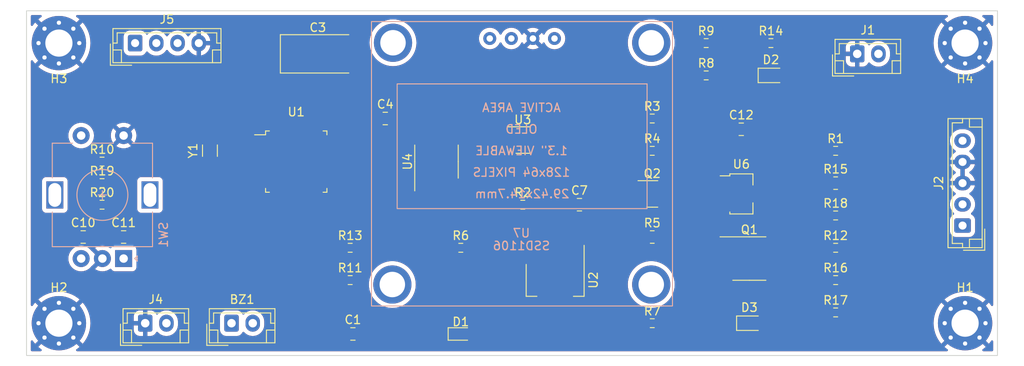
<source format=kicad_pcb>
(kicad_pcb (version 20211014) (generator pcbnew)
  (layers (0 "F.Cu" signal) (31 "B.Cu" signal) (34 "B.Paste" user) (35 "F.Paste" user) (36 "B.SilkS" user "B.Silkscreen") (37 "F.SilkS" user "F.Silkscreen") (38 "B.Mask" user) (39 "F.Mask" user) (44 "Edge.Cuts" user))
  (net 0 "")
  (net 1 "+3V3")
  (net 2 "Net-(BZ1-Pad2)")
  (net 3 "Net-(C1-Pad1)")
  (net 4 "GND")
  (net 5 "VIN_MON")
  (net 6 "ENCODER_B")
  (net 7 "ENCODER_A")
  (net 8 "+24V")
  (net 9 "Net-(C12-Pad2)")
  (net 10 "Net-(D1-Pad2)")
  (net 11 "Net-(D2-Pad1)")
  (net 12 "Net-(D2-Pad2)")
  (net 13 "Net-(J2-Pad1)")
  (net 14 "Net-(J2-Pad2)")
  (net 15 "Net-(J4-Pad2)")
  (net 16 "SW_CLK")
  (net 17 "SWDIO")
  (net 18 "Net-(Q1-Pad4)")
  (net 19 "HEATER_ON")
  (net 20 "Net-(Q2-Pad3)")
  (net 21 "Net-(R2-Pad2)")
  (net 22 "TIP_TEMP")
  (net 23 "Net-(R5-Pad2)")
  (net 24 "ENCODER_SW")
  (net 25 "EE_SDA")
  (net 26 "NTC")
  (net 27 "Net-(R14-Pad2)")
  (net 28 "SHAKE")
  (net 30 "Net-(U1-Pad3)")
  (net 31 "Net-(U1-Pad4)")
  (net 34 "EE_SCL")
  (net 38 "OLED_SDA")
  (net 39 "OLED_SCL")
  (net 52 "Net-(U2-Pad3)")
  (footprint "Package_TO_SOT_SMD:SOT-23-5" (layer "F.Cu") (at 147.32 92.71)
    (fp_text reference "U3" (at 0 -2.4) (layer "F.SilkS"))
    (fp_text value "SGM8551")
    (fp_line (start 0 1.56) (end -0.8 1.56) (layer "F.SilkS") (width 0.12))
    (fp_line (start 0 -1.56) (end 0.8 -1.56) (layer "F.SilkS") (width 0.12))
    (fp_line (start 0 1.56) (end 0.8 1.56) (layer "F.SilkS") (width 0.12))
    (fp_line (start 0 -1.56) (end -1.8 -1.56) (layer "F.SilkS") (width 0.12))
    (pad "1" smd roundrect (at -1.1375 -0.95) (size 1.325 0.6) (layers "F.Cu" "F.Paste" "F.Mask") (net 22 "TIP_TEMP"))
    (pad "2" smd roundrect (at -1.1375 0) (size 1.325 0.6) (layers "F.Cu" "F.Paste" "F.Mask") (net 4 "GND"))
    (pad "3" smd roundrect (at -1.1375 0.95) (size 1.325 0.6) (layers "F.Cu" "F.Paste" "F.Mask") (net 10 "Net-(D1-Pad2)"))
    (pad "4" smd roundrect (at 1.1375 0.95) (size 1.325 0.6) (layers "F.Cu" "F.Paste" "F.Mask") (net 23 "Net-(R5-Pad2)"))
    (pad "5" smd roundrect (at 1.1375 -0.95) (size 1.325 0.6) (layers "F.Cu" "F.Paste" "F.Mask") (net 1 "+3V3"))
  )
  (footprint "LED_SMD:LED_0603_1608Metric" (layer "F.Cu") (at 140.02 115.57)
    (fp_text reference "D1" (at 0 -1.43) (layer "F.SilkS"))
    (fp_text value "GRN")
    (fp_line (start -1.485 0.735) (end 0.8 0.735) (layer "F.SilkS") (width 0.12))
    (fp_line (start -1.485 -0.735) (end -1.485 0.735) (layer "F.SilkS") (width 0.12))
    (fp_line (start 0.8 -0.735) (end -1.485 -0.735) (layer "F.SilkS") (width 0.12))
    (pad "1" smd roundrect (at -0.7875 0) (size 0.875 0.95) (layers "F.Cu" "F.Paste" "F.Mask") (net 4 "GND"))
    (pad "2" smd roundrect (at 0.7875 0) (size 0.875 0.95) (layers "F.Cu" "F.Paste" "F.Mask") (net 10 "Net-(D1-Pad2)"))
  )
  (footprint "MountingHole:MountingHole_3.2mm_M3_Pad_Via" (layer "F.Cu") (at 199.39 114.3)
    (fp_text reference "H1" (at 0 -4.2) (layer "F.SilkS"))
    (fp_text value "MountingHole_Pad")
    (pad "1" thru_hole circle (at 0 2.4) (size 0.8 0.8) (drill 0.5) (layers *.Cu *.Mask) (net 4 "GND"))
    (pad "1" thru_hole circle (at 1.697056 1.697056) (size 0.8 0.8) (drill 0.5) (layers *.Cu *.Mask) (net 4 "GND"))
    (pad "1" thru_hole circle (at 2.4 0) (size 0.8 0.8) (drill 0.5) (layers *.Cu *.Mask) (net 4 "GND"))
    (pad "1" thru_hole circle (at -2.4 0) (size 0.8 0.8) (drill 0.5) (layers *.Cu *.Mask) (net 4 "GND"))
    (pad "1" thru_hole circle (at 0 0) (size 6.4 6.4) (drill 3.2) (layers *.Cu *.Mask) (net 4 "GND"))
    (pad "1" thru_hole circle (at 0 -2.4) (size 0.8 0.8) (drill 0.5) (layers *.Cu *.Mask) (net 4 "GND"))
    (pad "1" thru_hole circle (at -1.697056 1.697056) (size 0.8 0.8) (drill 0.5) (layers *.Cu *.Mask) (net 4 "GND"))
    (pad "1" thru_hole circle (at 1.697056 -1.697056) (size 0.8 0.8) (drill 0.5) (layers *.Cu *.Mask) (net 4 "GND"))
    (pad "1" thru_hole circle (at -1.697056 -1.697056) (size 0.8 0.8) (drill 0.5) (layers *.Cu *.Mask) (net 4 "GND"))
  )
  (footprint "Capacitor_SMD:C_0805_2012Metric" (layer "F.Cu") (at 173.04 91.44)
    (fp_text reference "C12" (at 0 -1.68) (layer "F.SilkS"))
    (fp_text value "0.1")
    (fp_line (start -0.261252 0.735) (end 0.261252 0.735) (layer "F.SilkS") (width 0.12))
    (fp_line (start -0.261252 -0.735) (end 0.261252 -0.735) (layer "F.SilkS") (width 0.12))
    (pad "1" smd roundrect (at -0.95 0) (size 1 1.45) (layers "F.Cu" "F.Paste" "F.Mask") (net 8 "+24V"))
    (pad "2" smd roundrect (at 0.95 0) (size 1 1.45) (layers "F.Cu" "F.Paste" "F.Mask") (net 9 "Net-(C12-Pad2)"))
  )
  (footprint "Connector_JST:JST_EH_B5B-EH-A_1x05_P2.50mm_Vertical" (layer "F.Cu") (at 199.09 102.79 90)
    (fp_text reference "J2" (at 5 -2.8 90) (layer "F.SilkS"))
    (fp_text value "IRON_IN")
    (fp_line (start -2.61 -1.71) (end -2.61 2.31) (layer "F.SilkS") (width 0.12))
    (fp_line (start -2.61 0) (end -2.11 0) (layer "F.SilkS") (width 0.12))
    (fp_line (start 12.61 -1.71) (end -2.61 -1.71) (layer "F.SilkS") (width 0.12))
    (fp_line (start -2.61 2.31) (end 12.61 2.31) (layer "F.SilkS") (width 0.12))
    (fp_line (start 12.11 0) (end 12.61 0) (layer "F.SilkS") (width 0.12))
    (fp_line (start -2.91 0.11) (end -2.91 2.61) (layer "F.SilkS") (width 0.12))
    (fp_line (start 12.61 0.81) (end 11.61 0.81) (layer "F.SilkS") (width 0.12))
    (fp_line (start -2.91 2.61) (end -0.41 2.61) (layer "F.SilkS") (width 0.12))
    (fp_line (start -1.61 0.81) (end -1.61 2.31) (layer "F.SilkS") (width 0.12))
    (fp_line (start 11.61 0.81) (end 11.61 2.31) (layer "F.SilkS") (width 0.12))
    (fp_line (start 12.11 -1.21) (end 12.11 0) (layer "F.SilkS") (width 0.12))
    (fp_line (start 12.61 2.31) (end 12.61 -1.71) (layer "F.SilkS") (width 0.12))
    (fp_line (start -2.11 -1.21) (end 12.11 -1.21) (layer "F.SilkS") (width 0.12))
    (fp_line (start -2.61 0.81) (end -1.61 0.81) (layer "F.SilkS") (width 0.12))
    (fp_line (start -2.11 0) (end -2.11 -1.21) (layer "F.SilkS") (width 0.12))
    (pad "1" thru_hole roundrect (at 0 0 90) (size 1.7 1.95) (drill 0.95) (layers *.Cu *.Mask) (roundrect_rratio 0.147059) (net 13 "Net-(J2-Pad1)"))
    (pad "2" thru_hole oval (at 2.5 0 90) (size 1.7 1.95) (drill 0.95) (layers *.Cu *.Mask) (net 14 "Net-(J2-Pad2)"))
    (pad "3" thru_hole oval (at 5 0 90) (size 1.7 1.95) (drill 0.95) (layers *.Cu *.Mask) (net 4 "GND"))
    (pad "4" thru_hole oval (at 7.5 0 90) (size 1.7 1.95) (drill 0.95) (layers *.Cu *.Mask) (net 4 "GND"))
    (pad "5" thru_hole oval (at 10 0 90) (size 1.7 1.95) (drill 0.95) (layers *.Cu *.Mask) (net 9 "Net-(C12-Pad2)"))
  )
  (footprint "Resistor_SMD:R_0603_1608Metric" (layer "F.Cu") (at 127 105.41)
    (fp_text reference "R13" (at 0 -1.43) (layer "F.SilkS"))
    (fp_text value "4.7K")
    (fp_line (start -0.237258 -0.5225) (end 0.237258 -0.5225) (layer "F.SilkS") (width 0.12))
    (fp_line (start -0.237258 0.5225) (end 0.237258 0.5225) (layer "F.SilkS") (width 0.12))
    (pad "1" smd roundrect (at -0.825 0) (size 0.8 0.95) (layers "F.Cu" "F.Paste" "F.Mask") (net 1 "+3V3"))
    (pad "2" smd roundrect (at 0.825 0) (size 0.8 0.95) (layers "F.Cu" "F.Paste" "F.Mask") (net 25 "EE_SDA"))
  )
  (footprint "Resistor_SMD:R_0805_2012Metric" (layer "F.Cu") (at 184.15 97.79)
    (fp_text reference "R15" (at 0 -1.65) (layer "F.SilkS"))
    (fp_text value "910K")
    (fp_line (start -0.227064 -0.735) (end 0.227064 -0.735) (layer "F.SilkS") (width 0.12))
    (fp_line (start -0.227064 0.735) (end 0.227064 0.735) (layer "F.SilkS") (width 0.12))
    (pad "1" smd roundrect (at -0.9125 0) (size 1.025 1.4) (layers "F.Cu" "F.Paste" "F.Mask") (roundrect_rratio 0.243902) (net 1 "+3V3"))
    (pad "2" smd roundrect (at 0.9125 0) (size 1.025 1.4) (layers "F.Cu" "F.Paste" "F.Mask") (roundrect_rratio 0.243902) (net 9 "Net-(C12-Pad2)"))
  )
  (footprint "Connector_JST:JST_EH_B2B-EH-A_1x02_P2.50mm_Vertical" (layer "F.Cu") (at 102.87 114.3)
    (fp_text reference "J4" (at 1.25 -2.8) (layer "F.SilkS"))
    (fp_text value "BATT")
    (fp_line (start 4.61 -1.21) (end 4.61 0) (layer "F.SilkS") (width 0.12))
    (fp_line (start -2.11 -1.21) (end 4.61 -1.21) (layer "F.SilkS") (width 0.12))
    (fp_line (start -2.61 0) (end -2.11 0) (layer "F.SilkS") (width 0.12))
    (fp_line (start -1.61 0.81) (end -1.61 2.31) (layer "F.SilkS") (width 0.12))
    (fp_line (start -2.61 -1.71) (end -2.61 2.31) (layer "F.SilkS") (width 0.12))
    (fp_line (start -2.91 2.61) (end -0.41 2.61) (layer "F.SilkS") (width 0.12))
    (fp_line (start 5.11 -1.71) (end -2.61 -1.71) (layer "F.SilkS") (width 0.12))
    (fp_line (start 5.11 0.81) (end 4.11 0.81) (layer "F.SilkS") (width 0.12))
    (fp_line (start 4.11 0.81) (end 4.11 2.31) (layer "F.SilkS") (width 0.12))
    (fp_line (start -2.11 0) (end -2.11 -1.21) (layer "F.SilkS") (width 0.12))
    (fp_line (start -2.61 0.81) (end -1.61 0.81) (layer "F.SilkS") (width 0.12))
    (fp_line (start 4.61 0) (end 5.11 0) (layer "F.SilkS") (width 0.12))
    (fp_line (start 5.11 2.31) (end 5.11 -1.71) (layer "F.SilkS") (width 0.12))
    (fp_line (start -2.61 2.31) (end 5.11 2.31) (layer "F.SilkS") (width 0.12))
    (fp_line (start -2.91 0.11) (end -2.91 2.61) (layer "F.SilkS") (width 0.12))
    (pad "1" thru_hole roundrect (at 0 0) (size 1.7 2) (drill 1) (layers *.Cu *.Mask) (roundrect_rratio 0.147059) (net 4 "GND"))
    (pad "2" thru_hole oval (at 2.5 0) (size 1.7 2) (drill 1) (layers *.Cu *.Mask) (net 15 "Net-(J4-Pad2)"))
  )
  (footprint "Resistor_SMD:R_0603_1608Metric" (layer "F.Cu") (at 184.15 113.03)
    (fp_text reference "R17" (at 0 -1.43) (layer "F.SilkS"))
    (fp_text value "4.7K")
    (fp_line (start -0.237258 0.5225) (end 0.237258 0.5225) (layer "F.SilkS") (width 0.12))
    (fp_line (start -0.237258 -0.5225) (end 0.237258 -0.5225) (layer "F.SilkS") (width 0.12))
    (pad "1" smd roundrect (at -0.825 0) (size 0.8 0.95) (layers "F.Cu" "F.Paste" "F.Mask") (net 1 "+3V3"))
    (pad "2" smd roundrect (at 0.825 0) (size 0.8 0.95) (layers "F.Cu" "F.Paste" "F.Mask") (net 13 "Net-(J2-Pad1)"))
  )
  (footprint "Connector_JST:JST_EH_B4B-EH-A_1x04_P2.50mm_Vertical" (layer "F.Cu") (at 101.68 81.28)
    (fp_text reference "J5" (at 3.75 -2.8) (layer "F.SilkS"))
    (fp_text value "SWD")
    (fp_line (start -2.11 0) (end -2.11 -1.21) (layer "F.SilkS") (width 0.12))
    (fp_line (start -2.91 2.61) (end -0.41 2.61) (layer "F.SilkS") (width 0.12))
    (fp_line (start 9.61 0) (end 10.11 0) (layer "F.SilkS") (width 0.12))
    (fp_line (start -2.61 -1.71) (end -2.61 2.31) (layer "F.SilkS") (width 0.12))
    (fp_line (start 10.11 0.81) (end 9.11 0.81) (layer "F.SilkS") (width 0.12))
    (fp_line (start 9.61 -1.21) (end 9.61 0) (layer "F.SilkS") (width 0.12))
    (fp_line (start 9.11 0.81) (end 9.11 2.31) (layer "F.SilkS") (width 0.12))
    (fp_line (start -2.61 0.81) (end -1.61 0.81) (layer "F.SilkS") (width 0.12))
    (fp_line (start -2.91 0.11) (end -2.91 2.61) (layer "F.SilkS") (width 0.12))
    (fp_line (start -2.61 2.31) (end 10.11 2.31) (layer "F.SilkS") (width 0.12))
    (fp_line (start -2.61 0) (end -2.11 0) (layer "F.SilkS") (width 0.12))
    (fp_line (start -2.11 -1.21) (end 9.61 -1.21) (layer "F.SilkS") (width 0.12))
    (fp_line (start 10.11 2.31) (end 10.11 -1.71) (layer "F.SilkS") (width 0.12))
    (fp_line (start 10.11 -1.71) (end -2.61 -1.71) (layer "F.SilkS") (width 0.12))
    (fp_line (start -1.61 0.81) (end -1.61 2.31) (layer "F.SilkS") (width 0.12))
    (pad "1" thru_hole roundrect (at 0 0) (size 1.7 1.95) (drill 0.95) (layers *.Cu *.Mask) (roundrect_rratio 0.147059) (net 1 "+3V3"))
    (pad "2" thru_hole oval (at 2.5 0) (size 1.7 1.95) (drill 0.95) (layers *.Cu *.Mask) (net 16 "SW_CLK"))
    (pad "3" thru_hole oval (at 5 0) (size 1.7 1.95) (drill 0.95) (layers *.Cu *.Mask) (net 17 "SWDIO"))
    (pad "4" thru_hole oval (at 7.5 0) (size 1.7 1.95) (drill 0.95) (layers *.Cu *.Mask) (net 4 "GND"))
  )
  (footprint "Resistor_SMD:R_0603_1608Metric" (layer "F.Cu") (at 162.56 90.17)
    (fp_text reference "R3" (at 0 -1.43) (layer "F.SilkS"))
    (fp_text value "4.7K")
    (fp_line (start -0.237258 0.5225) (end 0.237258 0.5225) (layer "F.SilkS") (width 0.12))
    (fp_line (start -0.237258 -0.5225) (end 0.237258 -0.5225) (layer "F.SilkS") (width 0.12))
    (pad "1" smd roundrect (at -0.825 0) (size 0.8 0.95) (layers "F.Cu" "F.Paste" "F.Mask") (net 8 "+24V"))
    (pad "2" smd roundrect (at 0.825 0) (size 0.8 0.95) (layers "F.Cu" "F.Paste" "F.Mask") (net 18 "Net-(Q1-Pad4)"))
  )
  (footprint "Resistor_SMD:R_0603_1608Metric" (layer "F.Cu") (at 168.91 81.28)
    (fp_text reference "R9" (at 0 -1.43) (layer "F.SilkS"))
    (fp_text value "1K")
    (fp_line (start -0.237258 0.5225) (end 0.237258 0.5225) (layer "F.SilkS") (width 0.12))
    (fp_line (start -0.237258 -0.5225) (end 0.237258 -0.5225) (layer "F.SilkS") (width 0.12))
    (pad "1" smd roundrect (at -0.825 0) (size 0.8 0.95) (layers "F.Cu" "F.Paste" "F.Mask") (net 4 "GND"))
    (pad "2" smd roundrect (at 0.825 0) (size 0.8 0.95) (layers "F.Cu" "F.Paste" "F.Mask") (net 5 "VIN_MON"))
  )
  (footprint "Resistor_SMD:R_0603_1608Metric" (layer "F.Cu") (at 162.56 93.98)
    (fp_text reference "R4" (at 0 -1.43) (layer "F.SilkS"))
    (fp_text value "4.7K")
    (fp_line (start -0.237258 -0.5225) (end 0.237258 -0.5225) (layer "F.SilkS") (width 0.12))
    (fp_line (start -0.237258 0.5225) (end 0.237258 0.5225) (layer "F.SilkS") (width 0.12))
    (pad "1" smd roundrect (at -0.825 0) (size 0.8 0.95) (layers "F.Cu" "F.Paste" "F.Mask") (net 18 "Net-(Q1-Pad4)"))
    (pad "2" smd roundrect (at 0.825 0) (size 0.8 0.95) (layers "F.Cu" "F.Paste" "F.Mask") (net 20 "Net-(Q2-Pad3)"))
  )
  (footprint "Package_TO_SOT_SMD:SOT-23" (layer "F.Cu") (at 162.56 99.06)
    (fp_text reference "Q2" (at 0 -2.4) (layer "F.SilkS"))
    (fp_text value "S8050")
    (fp_line (start 0 -1.56) (end 0.65 -1.56) (layer "F.SilkS") (width 0.12))
    (fp_line (start 0 1.56) (end 0.65 1.56) (layer "F.SilkS") (width 0.12))
    (fp_line (start 0 1.56) (end -0.65 1.56) (layer "F.SilkS") (width 0.12))
    (fp_line (start 0 -1.56) (end -1.675 -1.56) (layer "F.SilkS") (width 0.12))
    (pad "1" smd roundrect (at -0.9375 -0.95) (size 1.475 0.6) (layers "F.Cu" "F.Paste" "F.Mask") (net 4 "GND"))
    (pad "2" smd roundrect (at -0.9375 0.95) (size 1.475 0.6) (layers "F.Cu" "F.Paste" "F.Mask") (net 19 "HEATER_ON"))
    (pad "3" smd roundrect (at 0.9375 0) (size 1.475 0.6) (layers "F.Cu" "F.Paste" "F.Mask") (net 20 "Net-(Q2-Pad3)"))
  )
  (footprint "Resistor_SMD:R_0603_1608Metric" (layer "F.Cu") (at 127 109.22)
    (fp_text reference "R11" (at 0 -1.43) (layer "F.SilkS"))
    (fp_text value "4.7K")
    (fp_line (start -0.237258 -0.5225) (end 0.237258 -0.5225) (layer "F.SilkS") (width 0.12))
    (fp_line (start -0.237258 0.5225) (end 0.237258 0.5225) (layer "F.SilkS") (width 0.12))
    (pad "1" smd roundrect (at -0.825 0) (size 0.8 0.95) (layers "F.Cu" "F.Paste" "F.Mask") (net 1 "+3V3"))
    (pad "2" smd roundrect (at 0.825 0) (size 0.8 0.95) (layers "F.Cu" "F.Paste" "F.Mask") (net 25 "EE_SDA"))
  )
  (footprint "Capacitor_SMD:C_0805_2012Metric" (layer "F.Cu") (at 131.13 90.17)
    (fp_text reference "C4" (at 0 -1.68) (layer "F.SilkS"))
    (fp_text value "0.1")
    (fp_line (start -0.261252 0.735) (end 0.261252 0.735) (layer "F.SilkS") (width 0.12))
    (fp_line (start -0.261252 -0.735) (end 0.261252 -0.735) (layer "F.SilkS") (width 0.12))
    (pad "1" smd roundrect (at -0.95 0) (size 1 1.45) (layers "F.Cu" "F.Paste" "F.Mask") (net 1 "+3V3"))
    (pad "2" smd roundrect (at 0.95 0) (size 1 1.45) (layers "F.Cu" "F.Paste" "F.Mask") (net 4 "GND"))
  )
  (footprint "Package_TO_SOT_SMD:SOT-89-3" (layer "F.Cu") (at 172.755 99.06)
    (fp_text reference "U6" (at 0.3 -3.5) (layer "F.SilkS"))
    (fp_text value "L78L08_SOT89")
    (fp_line (start -2.2 -2.13) (end -1.06 -2.13) (layer "F.SilkS") (width 0.12))
    (fp_line (start -1.06 -2.36) (end 1.66 -2.36) (layer "F.SilkS") (width 0.12))
    (fp_line (start 1.66 1.05) (end 1.66 2.36) (layer "F.SilkS") (width 0.12))
    (fp_line (start 1.66 -2.36) (end 1.66 -1.05) (layer "F.SilkS") (width 0.12))
    (fp_line (start -1.06 2.36) (end -1.06 2.13) (layer "F.SilkS") (width 0.12))
    (fp_line (start -1.06 -2.36) (end -1.06 -2.13) (layer "F.SilkS") (width 0.12))
    (fp_line (start 1.66 2.36) (end -1.06 2.36) (layer "F.SilkS") (width 0.12))
    (pad "1" smd rect (at -1.65 -1.5) (size 1.3 0.9) (layers "F.Cu" "F.Paste" "F.Mask") (net 52 "Net-(U2-Pad3)"))
    (pad "2" smd custom (at -1.5625 0) (size 1.475 0.9) (layers "F.Cu" "F.Paste" "F.Mask") (net 4 "GND") (options (clearance outline) (anchor rect)) (primitives (gr_poly (pts (xy 3.8625 0.8665) (xy 0.7375 0.8665) (xy 0.7375 -0.8665) (xy 3.8625 -0.8665)) (width 0) (fill yes))))
    (pad "3" smd rect (at -1.65 1.5) (size 1.3 0.9) (layers "F.Cu" "F.Paste" "F.Mask") (net 27 "Net-(R14-Pad2)"))
  )
  (footprint "Resistor_SMD:R_0603_1608Metric" (layer "F.Cu") (at 140.02 105.41)
    (fp_text reference "R6" (at 0 -1.43) (layer "F.SilkS"))
    (fp_text value "4.7K")
    (fp_line (start -0.237258 0.5225) (end 0.237258 0.5225) (layer "F.SilkS") (width 0.12))
    (fp_line (start -0.237258 -0.5225) (end 0.237258 -0.5225) (layer "F.SilkS") (width 0.12))
    (pad "1" smd roundrect (at -0.825 0) (size 0.8 0.95) (layers "F.Cu" "F.Paste" "F.Mask") (net 19 "HEATER_ON"))
    (pad "2" smd roundrect (at 0.825 0) (size 0.8 0.95) (layers "F.Cu" "F.Paste" "F.Mask") (net 4 "GND"))
  )
  (footprint "Crystal:Crystal_SMD_3215-2Pin_3.2x1.5mm" (layer "F.Cu") (at 110.49 93.96 90)
    (fp_text reference "Y1" (at 0 -2 90) (layer "F.SilkS"))
    (fp_text value "32.768MHz")
    (fp_line (start -0.675 0.875) (end 0.675 0.875) (layer "F.SilkS") (width 0.12))
    (fp_line (start -0.675 -0.875) (end 0.675 -0.875) (layer "F.SilkS") (width 0.12))
    (pad "1" smd rect (at 1.25 0 90) (size 1 1.8) (layers "F.Cu" "F.Paste" "F.Mask") (net 30 "Net-(U1-Pad3)"))
    (pad "2" smd rect (at -1.25 0 90) (size 1 1.8) (layers "F.Cu" "F.Paste" "F.Mask") (net 31 "Net-(U1-Pad4)"))
  )
  (footprint "Resistor_SMD:R_0603_1608Metric" (layer "F.Cu") (at 168.91 85.09)
    (fp_text reference "R8" (at 0 -1.43) (layer "F.SilkS"))
    (fp_text value "10K")
    (fp_line (start -0.237258 -0.5225) (end 0.237258 -0.5225) (layer "F.SilkS") (width 0.12))
    (fp_line (start -0.237258 0.5225) (end 0.237258 0.5225) (layer "F.SilkS") (width 0.12))
    (pad "1" smd roundrect (at -0.825 0) (size 0.8 0.95) (layers "F.Cu" "F.Paste" "F.Mask") (net 5 "VIN_MON"))
    (pad "2" smd roundrect (at 0.825 0) (size 0.8 0.95) (layers "F.Cu" "F.Paste" "F.Mask") (net 12 "Net-(D2-Pad2)"))
  )
  (footprint "Capacitor_SMD:C_0805_2012Metric" (layer "F.Cu") (at 100.33 104.14)
    (fp_text reference "C11" (at 0 -1.68) (layer "F.SilkS"))
    (fp_text value "0.1")
    (fp_line (start -0.261252 -0.735) (end 0.261252 -0.735) (layer "F.SilkS") (width 0.12))
    (fp_line (start -0.261252 0.735) (end 0.261252 0.735) (layer "F.SilkS") (width 0.12))
    (pad "1" smd roundrect (at -0.95 0) (size 1 1.45) (layers "F.Cu" "F.Paste" "F.Mask") (net 7 "ENCODER_A"))
    (pad "2" smd roundrect (at 0.95 0) (size 1 1.45) (layers "F.Cu" "F.Paste" "F.Mask") (net 4 "GND"))
  )
  (footprint "Connector_JST:JST_EH_B2B-EH-A_1x02_P2.50mm_Vertical" (layer "F.Cu") (at 186.69 82.55)
    (fp_text reference "J1" (at 1.25 -2.8) (layer "F.SilkS"))
    (fp_text value "24 VDC")
    (fp_line (start 4.11 0.81) (end 4.11 2.31) (layer "F.SilkS") (width 0.12))
    (fp_line (start -2.61 0) (end -2.11 0) (layer "F.SilkS") (width 0.12))
    (fp_line (start -2.91 0.11) (end -2.91 2.61) (layer "F.SilkS") (width 0.12))
    (fp_line (start -2.61 2.31) (end 5.11 2.31) (layer "F.SilkS") (width 0.12))
    (fp_line (start 4.61 0) (end 5.11 0) (layer "F.SilkS") (width 0.12))
    (fp_line (start 5.11 -1.71) (end -2.61 -1.71) (layer "F.SilkS") (width 0.12))
    (fp_line (start -2.91 2.61) (end -0.41 2.61) (layer "F.SilkS") (width 0.12))
    (fp_line (start -2.11 -1.21) (end 4.61 -1.21) (layer "F.SilkS") (width 0.12))
    (fp_line (start -2.61 0.81) (end -1.61 0.81) (layer "F.SilkS") (width 0.12))
    (fp_line (start -2.11 0) (end -2.11 -1.21) (layer "F.SilkS") (width 0.12))
    (fp_line (start 4.61 -1.21) (end 4.61 0) (layer "F.SilkS") (width 0.12))
    (fp_line (start 5.11 0.81) (end 4.11 0.81) (layer "F.SilkS") (width 0.12))
    (fp_line (start -2.61 -1.71) (end -2.61 2.31) (layer "F.SilkS") (width 0.12))
    (fp_line (start 5.11 2.31) (end 5.11 -1.71) (layer "F.SilkS") (width 0.12))
    (fp_line (start -1.61 0.81) (end -1.61 2.31) (layer "F.SilkS") (width 0.12))
    (pad "1" thru_hole roundrect (at 0 0) (size 1.7 2) (drill 1) (layers *.Cu *.Mask) (roundrect_rratio 0.147059) (net 4 "GND"))
    (pad "2" thru_hole oval (at 2.5 0) (size 1.7 2) (drill 1) (layers *.Cu *.Mask) (net 12 "Net-(D2-Pad2)"))
  )
  (footprint "Package_SO:SOP-8_3.9x4.9mm_P1.27mm" (layer "F.Cu") (at 137.16 95.25 90)
    (fp_text reference "U4" (at 0 -3.4 90) (layer "F.SilkS"))
    (fp_text value "24LC08")
    (fp_line (start 0 -2.56) (end 1.95 -2.56) (layer "F.SilkS") (width 0.12))
    (fp_line (start 0 -2.56) (end -3.45 -2.56) (layer "F.SilkS") (width 0.12))
    (fp_line (start 0 2.56) (end -1.95 2.56) (layer "F.SilkS") (width 0.12))
    (fp_line (start 0 2.56) (end 1.95 2.56) (layer "F.SilkS") (width 0.12))
    (pad "1" smd roundrect (at -2.625 -1.905 90) (size 1.65 0.6) (layers "F.Cu" "F.Paste" "F.Mask") (net 4 "GND"))
    (pad "2" smd roundrect (at -2.625 -0.635 90) (size 1.65 0.6) (layers "F.Cu" "F.Paste" "F.Mask") (net 4 "GND"))
    (pad "3" smd roundrect (at -2.625 0.635 90) (size 1.65 0.6) (layers "F.Cu" "F.Paste" "F.Mask") (net 4 "GND"))
    (pad "4" smd roundrect (at -2.625 1.905 90) (size 1.65 0.6) (layers "F.Cu" "F.Paste" "F.Mask") (net 4 "GND"))
    (pad "5" smd roundrect (at 2.625 1.905 90) (size 1.65 0.6) (layers "F.Cu" "F.Paste" "F.Mask") (net 25 "EE_SDA"))
    (pad "6" smd roundrect (at 2.625 0.635 90) (size 1.65 0.6) (layers "F.Cu" "F.Paste" "F.Mask") (net 34 "EE_SCL"))
    (pad "7" smd roundrect (at 2.625 -0.635 90) (size 1.65 0.6) (layers "F.Cu" "F.Paste" "F.Mask"))
    (pad "8" smd roundrect (at 2.625 -1.905 90) (size 1.65 0.6) (layers "F.Cu" "F.Paste" "F.Mask") (net 1 "+3V3"))
  )
  (footprint "Resistor_SMD:R_0603_1608Metric" (layer "F.Cu") (at 97.79 97.79)
    (fp_text reference "R19" (at 0 -1.43) (layer "F.SilkS"))
    (fp_text value "4.7K")
    (fp_line (start -0.237258 -0.5225) (end 0.237258 -0.5225) (layer "F.SilkS") (width 0.12))
    (fp_line (start -0.237258 0.5225) (end 0.237258 0.5225) (layer "F.SilkS") (width 0.12))
    (pad "1" smd roundrect (at -0.825 0) (size 0.8 0.95) (layers "F.Cu" "F.Paste" "F.Mask") (net 1 "+3V3"))
    (pad "2" smd roundrect (at 0.825 0) (size 0.8 0.95) (layers "F.Cu" "F.Paste" "F.Mask") (net 6 "ENCODER_B"))
  )
  (footprint "Resistor_SMD:R_0603_1608Metric" (layer "F.Cu") (at 147.32 100.33)
    (fp_text reference "R2" (at 0 -1.43) (layer "F.SilkS"))
    (fp_text value "6R8")
    (fp_line (start -0.237258 -0.5225) (end 0.237258 -0.5225) (layer "F.SilkS") (width 0.12))
    (fp_line (start -0.237258 0.5225) (end 0.237258 0.5225) (layer "F.SilkS") (width 0.12))
    (pad "1" smd roundrect (at -0.825 0) (size 0.8 0.95) (layers "F.Cu" "F.Paste" "F.Mask") (net 1 "+3V3"))
    (pad "2" smd roundrect (at 0.825 0) (size 0.8 0.95) (layers "F.Cu" "F.Paste" "F.Mask") (net 21 "Net-(R2-Pad2)"))
  )
  (footprint "Diode_SMD:D_SOD-323" (layer "F.Cu") (at 173.99 114.3)
    (fp_text reference "D3" (at 0 -1.85) (layer "F.SilkS"))
    (fp_text value "1N5819")
    (fp_line (start -1.5 -0.85) (end -1.5 0.85) (layer "F.SilkS") (width 0.12))
    (fp_line (start -1.5 0.85) (end 1.05 0.85) (layer "F.SilkS") (width 0.12))
    (fp_line (start -1.5 -0.85) (end 1.05 -0.85) (layer "F.SilkS") (width 0.12))
    (pad "1" smd rect (at -1.05 0) (size 0.6 0.45) (layers "F.Cu" "F.Paste" "F.Mask") (net 9 "Net-(C12-Pad2)"))
    (pad "2" smd rect (at 1.05 0) (size 0.6 0.45) (layers "F.Cu" "F.Paste" "F.Mask") (net 4 "GND"))
  )
  (footprint "Capacitor_SMD:C_0805_2012Metric" (layer "F.Cu") (at 153.99 100.33)
    (fp_text reference "C7" (at 0 -1.68) (layer "F.SilkS"))
    (fp_text value "0.1")
    (fp_line (start -0.261252 -0.735) (end 0.261252 -0.735) (layer "F.SilkS") (width 0.12))
    (fp_line (start -0.261252 0.735) (end 0.261252 0.735) (layer "F.SilkS") (width 0.12))
    (pad "1" smd roundrect (at -0.95 0) (size 1 1.45) (layers "F.Cu" "F.Paste" "F.Mask") (net 5 "VIN_MON"))
    (pad "2" smd roundrect (at 0.95 0) (size 1 1.45) (layers "F.Cu" "F.Paste" "F.Mask") (net 4 "GND"))
  )
  (footprint "Capacitor_SMD:C_0805_2012Metric" (layer "F.Cu") (at 127.32 115.57)
    (fp_text reference "C1" (at 0 -1.68) (layer "F.SilkS"))
    (fp_text value "0.1")
    (fp_line (start -0.261252 0.735) (end 0.261252 0.735) (layer "F.SilkS") (width 0.12))
    (fp_line (start -0.261252 -0.735) (end 0.261252 -0.735) (layer "F.SilkS") (width 0.12))
    (pad "1" smd roundrect (at -0.95 0) (size 1 1.45) (layers "F.Cu" "F.Paste" "F.Mask") (net 3 "Net-(C1-Pad1)"))
    (pad "2" smd roundrect (at 0.95 0) (size 1 1.45) (layers "F.Cu" "F.Paste" "F.Mask") (net 4 "GND"))
  )
  (footprint "Resistor_SMD:R_0603_1608Metric" (layer "F.Cu") (at 184.15 105.41)
    (fp_text reference "R12" (at 0 -1.43) (layer "F.SilkS"))
    (fp_text value "4.7K")
    (fp_line (start -0.237258 -0.5225) (end 0.237258 -0.5225) (layer "F.SilkS") (width 0.12))
    (fp_line (start -0.237258 0.5225) (end 0.237258 0.5225) (layer "F.SilkS") (width 0.12))
    (pad "1" smd roundrect (at -0.825 0) (size 0.8 0.95) (layers "F.Cu" "F.Paste" "F.Mask") (net 14 "Net-(J2-Pad2)"))
    (pad "2" smd roundrect (at 0.825 0) (size 0.8 0.95) (layers "F.Cu" "F.Paste" "F.Mask") (net 26 "NTC"))
  )
  (footprint "Resistor_SMD:R_0603_1608Metric" (layer "F.Cu") (at 184.15 109.22)
    (fp_text reference "R16" (at 0 -1.43) (layer "F.SilkS"))
    (fp_text value "4.7K")
    (fp_line (start -0.237258 -0.5225) (end 0.237258 -0.5225) (layer "F.SilkS") (width 0.12))
    (fp_line (start -0.237258 0.5225) (end 0.237258 0.5225) (layer "F.SilkS") (width 0.12))
    (pad "1" smd roundrect (at -0.825 0) (size 0.8 0.95) (layers "F.Cu" "F.Paste" "F.Mask") (net 13 "Net-(J2-Pad1)"))
    (pad "2" smd roundrect (at 0.825 0) (size 0.8 0.95) (layers "F.Cu" "F.Paste" "F.Mask") (net 28 "SHAKE"))
  )
  (footprint "Capacitor_Tantalum_SMD:CP_EIA-7343-31_Kemet-D" (layer "F.Cu") (at 123.19 82.55)
    (fp_text reference "C3" (at 0 -3.1) (layer "F.SilkS"))
    (fp_text value "100 16V")
    (fp_line (start -4.41 -2.26) (end -4.41 2.26) (layer "F.SilkS") (width 0.12))
    (fp_line (start -4.41 2.26) (end 3.65 2.26) (layer "F.SilkS") (width 0.12))
    (fp_line (start 3.65 -2.26) (end -4.41 -2.26) (layer "F.SilkS") (width 0.12))
    (pad "1" smd roundrect (at -3.1125 0) (size 2.075 2.55) (layers "F.Cu" "F.Paste" "F.Mask") (roundrect_rratio 0.120482) (net 1 "+3V3"))
    (pad "2" smd roundrect (at 3.1125 0) (size 2.075 2.55) (layers "F.Cu" "F.Paste" "F.Mask") (roundrect_rratio 0.120482) (net 4 "GND"))
  )
  (footprint "Package_TO_SOT_SMD:SOT-223-3_TabPin2" (layer "F.Cu") (at 151.13 109.22 -90)
    (fp_text reference "U2" (at 0 -4.5 90) (layer "F.SilkS"))
    (fp_text value "AMS1117-3.3")
    (fp_line (start 1.91 -3.41) (end 1.91 -2.15) (layer "F.SilkS") (width 0.12))
    (fp_line (start 1.91 3.41) (end 1.91 2.15) (layer "F.SilkS") (width 0.12))
    (fp_line (start -1.85 3.41) (end 1.91 3.41) (layer "F.SilkS") (width 0.12))
    (fp_line (start -4.1 -3.41) (end 1.91 -3.41) (layer "F.SilkS") (width 0.12))
    (pad "1" smd rect (at -3.15 -2.3 270) (size 2 1.5) (layers "F.Cu" "F.Paste" "F.Mask") (net 4 "GND"))
    (pad "2" smd rect (at 3.15 0 270) (size 2 3.8) (layers "F.Cu" "F.Paste" "F.Mask") (net 1 "+3V3"))
    (pad "2" smd rect (at -3.15 0 270) (size 2 1.5) (layers "F.Cu" "F.Paste" "F.Mask") (net 1 "+3V3"))
    (pad "3" smd rect (at -3.15 2.3 270) (size 2 1.5) (layers "F.Cu" "F.Paste" "F.Mask") (net 52 "Net-(U2-Pad3)"))
  )
  (footprint "Resistor_SMD:R_0805_2012Metric" (layer "F.Cu") (at 162.56 104.14)
    (fp_text reference "R5" (at 0 -1.65) (layer "F.SilkS"))
    (fp_text value "249K")
    (fp_line (start -0.227064 0.735) (end 0.227064 0.735) (layer "F.SilkS") (width 0.12))
    (fp_line (start -0.227064 -0.735) (end 0.227064 -0.735) (layer "F.SilkS") (width 0.12))
    (pad "1" smd roundrect (at -0.9125 0) (size 1.025 1.4) (layers "F.Cu" "F.Paste" "F.Mask") (roundrect_rratio 0.243902) (net 22 "TIP_TEMP"))
    (pad "2" smd roundrect (at 0.9125 0) (size 1.025 1.4) (layers "F.Cu" "F.Paste" "F.Mask") (roundrect_rratio 0.243902) (net 23 "Net-(R5-Pad2)"))
  )
  (footprint "MountingHole:MountingHole_3.2mm_M3_Pad_Via" (layer "F.Cu") (at 92.71 81.28 180)
    (fp_text reference "H3" (at 0 -4.2) (layer "F.SilkS"))
    (fp_text value "MountingHole_Pad")
    (pad "1" thru_hole circle (at 0 2.4 180) (size 0.8 0.8) (drill 0.5) (layers *.Cu *.Mask) (net 4 "GND"))
    (pad "1" thru_hole circle (at -2.4 0 180) (size 0.8 0.8) (drill 0.5) (layers *.Cu *.Mask) (net 4 "GND"))
    (pad "1" thru_hole circle (at 0 0 180) (size 6.4 6.4) (drill 3.2) (layers *.Cu *.Mask) (net 4 "GND"))
    (pad "1" thru_hole circle (at 0 -2.4 180) (size 0.8 0.8) (drill 0.5) (layers *.Cu *.Mask) (net 4 "GND"))
    (pad "1" thru_hole circle (at 2.4 0 180) (size 0.8 0.8) (drill 0.5) (layers *.Cu *.Mask) (net 4 "GND"))
    (pad "1" thru_hole circle (at 1.697056 1.697056 180) (size 0.8 0.8) (drill 0.5) (layers *.Cu *.Mask) (net 4 "GND"))
    (pad "1" thru_hole circle (at -1.697056 -1.697056 180) (size 0.8 0.8) (drill 0.5) (layers *.Cu *.Mask) (net 4 "GND"))
    (pad "1" thru_hole circle (at -1.697056 1.697056 180) (size 0.8 0.8) (drill 0.5) (layers *.Cu *.Mask) (net 4 "GND"))
    (pad "1" thru_hole circle (at 1.697056 -1.697056 180) (size 0.8 0.8) (drill 0.5) (layers *.Cu *.Mask) (net 4 "GND"))
  )
  (footprint "MountingHole:MountingHole_3.2mm_M3_Pad_Via" (layer "F.Cu") (at 199.39 81.28 180)
    (fp_text reference "H4" (at 0 -4.2) (layer "F.SilkS"))
    (fp_text value "MountingHole_Pad")
    (pad "1" thru_hole circle (at -1.697056 -1.697056 180) (size 0.8 0.8) (drill 0.5) (layers *.Cu *.Mask) (net 4 "GND"))
    (pad "1" thru_hole circle (at -1.697056 1.697056 180) (size 0.8 0.8) (drill 0.5) (layers *.Cu *.Mask) (net 4 "GND"))
    (pad "1" thru_hole circle (at 0 0 180) (size 6.4 6.4) (drill 3.2) (layers *.Cu *.Mask) (net 4 "GND"))
    (pad "1" thru_hole circle (at 2.4 0 180) (size 0.8 0.8) (drill 0.5) (layers *.Cu *.Mask) (net 4 "GND"))
    (pad "1" thru_hole circle (at 0 -2.4 180) (size 0.8 0.8) (drill 0.5) (layers *.Cu *.Mask) (net 4 "GND"))
    (pad "1" thru_hole circle (at 0 2.4 180) (size 0.8 0.8) (drill 0.5) (layers *.Cu *.Mask) (net 4 "GND"))
    (pad "1" thru_hole circle (at 1.697056 1.697056 180) (size 0.8 0.8) (drill 0.5) (layers *.Cu *.Mask) (net 4 "GND"))
    (pad "1" thru_hole circle (at -2.4 0 180) (size 0.8 0.8) (drill 0.5) (layers *.Cu *.Mask) (net 4 "GND"))
    (pad "1" thru_hole circle (at 1.697056 -1.697056 180) (size 0.8 0.8) (drill 0.5) (layers *.Cu *.Mask) (net 4 "GND"))
  )
  (footprint "Package_SO:SO-8_3.9x4.9mm_P1.27mm" (layer "F.Cu") (at 173.99 106.68)
    (fp_text reference "Q1" (at 0 -3.4) (layer "F.SilkS"))
    (fp_text value "IRF7416")
    (fp_line (start 0 -2.56) (end 1.95 -2.56) (layer "F.SilkS") (width 0.12))
    (fp_line (start 0 2.56) (end -1.95 2.56) (layer "F.SilkS") (width 0.12))
    (fp_line (start 0 -2.56) (end -3.45 -2.56) (layer "F.SilkS") (width 0.12))
    (fp_line (start 0 2.56) (end 1.95 2.56) (layer "F.SilkS") (width 0.12))
    (pad "1" smd roundrect (at -2.575 -1.905) (size 1.75 0.6) (layers "F.Cu" "F.Paste" "F.Mask") (net 8 "+24V"))
    (pad "2" smd roundrect (at -2.575 -0.635) (size 1.75 0.6) (layers "F.Cu" "F.Paste" "F.Mask") (net 8 "+24V"))
    (pad "3" smd roundrect (at -2.575 0.635) (size 1.75 0.6) (layers "F.Cu" "F.Paste" "F.Mask") (net 8 "+24V"))
    (pad "4" smd roundrect (at -2.575 1.905) (size 1.75 0.6) (layers "F.Cu" "F.Paste" "F.Mask") (net 18 "Net-(Q1-Pad4)"))
    (pad "5" smd roundrect (at 2.575 1.905) (size 1.75 0.6) (layers "F.Cu" "F.Paste" "F.Mask") (net 9 "Net-(C12-Pad2)"))
    (pad "6" smd roundrect (at 2.575 0.635) (size 1.75 0.6) (layers "F.Cu" "F.Paste" "F.Mask") (net 9 "Net-(C12-Pad2)"))
    (pad "7" smd roundrect (at 2.575 -0.635) (size 1.75 0.6) (layers "F.Cu" "F.Paste" "F.Mask") (net 9 "Net-(C12-Pad2)"))
    (pad "8" smd roundrect (at 2.575 -1.905) (size 1.75 0.6) (layers "F.Cu" "F.Paste" "F.Mask") (net 9 "Net-(C12-Pad2)"))
  )
  (footprint "Resistor_SMD:R_0603_1608Metric" (layer "F.Cu") (at 97.79 100.33)
    (fp_text reference "R20" (at 0 -1.43) (layer "F.SilkS"))
    (fp_text value "4.7K")
    (fp_line (start -0.237258 -0.5225) (end 0.237258 -0.5225) (layer "F.SilkS") (width 0.12))
    (fp_line (start -0.237258 0.5225) (end 0.237258 0.5225) (layer "F.SilkS") (width 0.12))
    (pad "1" smd roundrect (at -0.825 0) (size 0.8 0.95) (layers "F.Cu" "F.Paste" "F.Mask") (net 1 "+3V3"))
    (pad "2" smd roundrect (at 0.825 0) (size 0.8 0.95) (layers "F.Cu" "F.Paste" "F.Mask") (net 7 "ENCODER_A"))
  )
  (footprint "Resistor_SMD:R_0603_1608Metric" (layer "F.Cu") (at 176.53 81.28)
    (fp_text reference "R14" (at 0 -1.43) (layer "F.SilkS"))
    (fp_text value "6R8")
    (fp_line (start -0.237258 0.5225) (end 0.237258 0.5225) (layer "F.SilkS") (width 0.12))
    (fp_line (start -0.237258 -0.5225) (end 0.237258 -0.5225) (layer "F.SilkS") (width 0.12))
    (pad "1" smd roundrect (at -0.825 0) (size 0.8 0.95) (layers "F.Cu" "F.Paste" "F.Mask") (net 11 "Net-(D2-Pad1)"))
    (pad "2" smd roundrect (at 0.825 0) (size 0.8 0.95) (layers "F.Cu" "F.Paste" "F.Mask") (net 27 "Net-(R14-Pad2)"))
  )
  (footprint "Resistor_SMD:R_0603_1608Metric" (layer "F.Cu") (at 97.79 95.25)
    (fp_text reference "R10" (at 0 -1.43) (layer "F.SilkS"))
    (fp_text value "4.7K")
    (fp_line (start -0.237258 0.5225) (end 0.237258 0.5225) (layer "F.SilkS") (width 0.12))
    (fp_line (start -0.237258 -0.5225) (end 0.237258 -0.5225) (layer "F.SilkS") (width 0.12))
    (pad "1" smd roundrect (at -0.825 0) (size 0.8 0.95) (layers "F.Cu" "F.Paste" "F.Mask") (net 1 "+3V3"))
    (pad "2" smd roundrect (at 0.825 0) (size 0.8 0.95) (layers "F.Cu" "F.Paste" "F.Mask") (net 24 "ENCODER_SW"))
  )
  (footprint "MountingHole:MountingHole_3.2mm_M3_Pad_Via" (layer "F.Cu") (at 92.71 114.3)
    (fp_text reference "H2" (at 0 -4.2) (layer "F.SilkS"))
    (fp_text value "MountingHole_Pad")
    (pad "1" thru_hole circle (at -1.697056 1.697056) (size 0.8 0.8) (drill 0.5) (layers *.Cu *.Mask) (net 4 "GND"))
    (pad "1" thru_hole circle (at -2.4 0) (size 0.8 0.8) (drill 0.5) (layers *.Cu *.Mask) (net 4 "GND"))
    (pad "1" thru_hole circle (at 0 2.4) (size 0.8 0.8) (drill 0.5) (layers *.Cu *.Mask) (net 4 "GND"))
    (pad "1" thru_hole circle (at 2.4 0) (size 0.8 0.8) (drill 0.5) (layers *.Cu *.Mask) (net 4 "GND"))
    (pad "1" thru_hole circle (at 1.697056 -1.697056) (size 0.8 0.8) (drill 0.5) (layers *.Cu *.Mask) (net 4 "GND"))
    (pad "1" thru_hole circle (at 0 0) (size 6.4 6.4) (drill 3.2) (layers *.Cu *.Mask) (net 4 "GND"))
    (pad "1" thru_hole circle (at 0 -2.4) (size 0.8 0.8) (drill 0.5) (layers *.Cu *.Mask) (net 4 "GND"))
    (pad "1" thru_hole circle (at -1.697056 -1.697056) (size 0.8 0.8) (drill 0.5) (layers *.Cu *.Mask) (net 4 "GND"))
    (pad "1" thru_hole circle (at 1.697056 1.697056) (size 0.8 0.8) (drill 0.5) (layers *.Cu *.Mask) (net 4 "GND"))
  )
  (footprint "Diode_SMD:D_SOD-323" (layer "F.Cu") (at 176.53 85.09)
    (fp_text reference "D2" (at 0 -1.85) (layer "F.SilkS"))
    (fp_text value "1N4148WS")
    (fp_line (start -1.5 0.85) (end 1.05 0.85) (layer "F.SilkS") (width 0.12))
    (fp_line (start -1.5 -0.85) (end 1.05 -0.85) (layer "F.SilkS") (width 0.12))
    (fp_line (start -1.5 -0.85) (end -1.5 0.85) (layer "F.SilkS") (width 0.12))
    (pad "1" smd rect (at -1.05 0) (size 0.6 0.45) (layers "F.Cu" "F.Paste" "F.Mask") (net 11 "Net-(D2-Pad1)"))
    (pad "2" smd rect (at 1.05 0) (size 0.6 0.45) (layers "F.Cu" "F.Paste" "F.Mask") (net 12 "Net-(D2-Pad2)"))
  )
  (footprint "Connector_JST:JST_EH_B2B-EH-A_1x02_P2.50mm_Vertical" (layer "F.Cu") (at 113.03 114.3)
    (fp_text reference "BZ1" (at 1.25 -2.8) (layer "F.SilkS"))
    (fp_text value "Buzzer")
    (fp_line (start -2.91 0.11) (end -2.91 2.61) (layer "F.SilkS") (width 0.12))
    (fp_line (start -2.91 2.61) (end -0.41 2.61) (layer "F.SilkS") (width 0.12))
    (fp_line (start -2.61 0.81) (end -1.61 0.81) (layer "F.SilkS") (width 0.12))
    (fp_line (start 4.61 -1.21) (end 4.61 0) (layer "F.SilkS") (width 0.12))
    (fp_line (start -1.61 0.81) (end -1.61 2.31) (layer "F.SilkS") (width 0.12))
    (fp_line (start -2.61 -1.71) (end -2.61 2.31) (layer "F.SilkS") (width 0.12))
    (fp_line (start -2.61 0) (end -2.11 0) (layer "F.SilkS") (width 0.12))
    (fp_line (start 4.61 0) (end 5.11 0) (layer "F.SilkS") (width 0.12))
    (fp_line (start 5.11 0.81) (end 4.11 0.81) (layer "F.SilkS") (width 0.12))
    (fp_line (start -2.61 2.31) (end 5.11 2.31) (layer "F.SilkS") (width 0.12))
    (fp_line (start 4.11 0.81) (end 4.11 2.31) (layer "F.SilkS") (width 0.12))
    (fp_line (start -2.11 -1.21) (end 4.61 -1.21) (layer "F.SilkS") (width 0.12))
    (fp_line (start 5.11 -1.71) (end -2.61 -1.71) (layer "F.SilkS") (width 0.12))
    (fp_line (start 5.11 2.31) (end 5.11 -1.71) (layer "F.SilkS") (width 0.12))
    (fp_line (start -2.11 0) (end -2.11 -1.21) (layer "F.SilkS") (width 0.12))
    (pad "1" thru_hole roundrect (at 0 0) (size 1.7 2) (drill 1) (layers *.Cu *.Mask) (roundrect_rratio 0.147059) (net 1 "+3V3"))
    (pad "2" thru_hole oval (at 2.5 0) (size 1.7 2) (drill 1) (layers *.Cu *.Mask) (net 2 "Net-(BZ1-Pad2)"))
  )
  (footprint "Package_QFP:LQFP-48_7x7mm_P0.5mm" (layer "F.Cu") (at 120.65 95.25)
    (fp_text reference "U1" (at 0 -5.85) (layer "F.SilkS"))
    (fp_text value "STM32F103C8Tx")
    (fp_line (start 3.61 3.61) (end 3.61 3.16) (layer "F.SilkS") (width 0.12))
    (fp_line (start -3.16 3.61) (end -3.61 3.61) (layer "F.SilkS") (width 0.12))
    (fp_line (start -3.61 3.61) (end -3.61 3.16) (layer "F.SilkS") (width 0.12))
    (fp_line (start 3.16 -3.61) (end 3.61 -3.61) (layer "F.SilkS") (width 0.12))
    (fp_line (start 3.16 3.61) (end 3.61 3.61) (layer "F.SilkS") (width 0.12))
    (fp_line (start -3.61 -3.16) (end -4.9 -3.16) (layer "F.SilkS") (width 0.12))
    (fp_line (start -3.16 -3.61) (end -3.61 -3.61) (layer "F.SilkS") (width 0.12))
    (fp_line (start 3.61 -3.61) (end 3.61 -3.16) (layer "F.SilkS") (width 0.12))
    (fp_line (start -3.61 -3.61) (end -3.61 -3.16) (layer "F.SilkS") (width 0.12))
    (pad "1" smd roundrect (at -4.1625 -2.75) (size 1.475 0.3) (layers "F.Cu" "F.Paste" "F.Mask") (net 15 "Net-(J4-Pad2)"))
    (pad "2" smd roundrect (at -4.1625 -2.25) (size 1.475 0.3) (layers "F.Cu" "F.Paste" "F.Mask"))
    (pad "3" smd roundrect (at -4.1625 -1.75) (size 1.475 0.3) (layers "F.Cu" "F.Paste" "F.Mask") (net 30 "Net-(U1-Pad3)"))
    (pad "4" smd roundrect (at -4.1625 -1.25) (size 1.475 0.3) (layers "F.Cu" "F.Paste" "F.Mask") (net 31 "Net-(U1-Pad4)"))
    (pad "5" smd roundrect (at -4.1625 -0.75) (size 1.475 0.3) (layers "F.Cu" "F.Paste" "F.Mask"))
    (pad "6" smd roundrect (at -4.1625 -0.25) (size 1.475 0.3) (layers "F.Cu" "F.Paste" "F.Mask"))
    (pad "7" smd roundrect (at -4.1625 0.25) (size 1.475 0.3) (layers "F.Cu" "F.Paste" "F.Mask") (net 3 "Net-(C1-Pad1)"))
    (pad "8" smd roundrect (at -4.1625 0.75) (size 1.475 0.3) (layers "F.Cu" "F.Paste" "F.Mask") (net 4 "GND"))
    (pad "9" smd roundrect (at -4.1625 1.25) (size 1.475 0.3) (layers "F.Cu" "F.Paste" "F.Mask") (net 1 "+3V3"))
    (pad "10" smd roundrect (at -4.1625 1.75) (size 1.475 0.3) (layers "F.Cu" "F.Paste" "F.Mask") (net 34 "EE_SCL"))
    (pad "11" smd roundrect (at -4.1625 2.25) (size 1.475 0.3) (layers "F.Cu" "F.Paste" "F.Mask") (net 25 "EE_SDA"))
    (pad "12" smd roundrect (at -4.1625 2.75) (size 1.475 0.3) (layers "F.Cu" "F.Paste" "F.Mask") (net 22 "TIP_TEMP"))
    (pad "13" smd roundrect (at -2.75 4.1625) (size 0.3 1.475) (layers "F.Cu" "F.Paste" "F.Mask") (net 2 "Net-(BZ1-Pad2)"))
    (pad "14" smd roundrect (at -2.25 4.1625) (size 0.3 1.475) (layers "F.Cu" "F.Paste" "F.Mask") (net 2 "Net-(BZ1-Pad2)"))
    (pad "15" smd roundrect (at -1.75 4.1625) (size 0.3 1.475) (layers "F.Cu" "F.Paste" "F.Mask") (net 2 "Net-(BZ1-Pad2)"))
    (pad "16" smd roundrect (at -1.25 4.1625) (size 0.3 1.475) (layers "F.Cu" "F.Paste" "F.Mask") (net 28 "SHAKE"))
    (pad "17" smd roundrect (at -0.75 4.1625) (size 0.3 1.475) (layers "F.Cu" "F.Paste" "F.Mask") (net 26 "NTC"))
    (pad "18" smd roundrect (at -0.25 4.1625) (size 0.3 1.475) (layers "F.Cu" "F.Paste" "F.Mask") (net 19 "HEATER_ON"))
    (pad "19" smd roundrect (at 0.25 4.1625) (size 0.3 1.475) (layers "F.Cu" "F.Paste" "F.Mask") (net 5 "VIN_MON"))
    (pad "20" smd roundrect (at 0.75 4.1625) (size 0.3 1.475) (layers "F.Cu" "F.Paste" "F.Mask"))
    (pad "21" smd roundrect (at 1.25 4.1625) (size 0.3 1.475) (layers "F.Cu" "F.Paste" "F.Mask"))
    (pad "22" smd roundrect (at 1.75 4.1625) (size 0.3 1.475) (layers "F.Cu" "F.Paste" "F.Mask"))
    (pad "23" smd roundrect (at 2.25 4.1625) (size 0.3 1.475) (layers "F.Cu" "F.Paste" "F.Mask") (net 4 "GND"))
    (pad "24" smd roundrect (at 2.75 4.1625) (size 0.3 1.475) (layers "F.Cu" "F.Paste" "F.Mask") (net 1 "+3V3"))
    (pad "25" smd roundrect (at 4.1625 2.75) (size 1.475 0.3) (layers "F.Cu" "F.Paste" "F.Mask") (net 38 "OLED_SDA"))
    (pad "26" smd roundrect (at 4.1625 2.25) (size 1.475 0.3) (layers "F.Cu" "F.Paste" "F.Mask") (net 39 "OLED_SCL"))
    (pad "27" smd roundrect (at 4.1625 1.75) (size 1.475 0.3) (layers "F.Cu" "F.Paste" "F.Mask"))
    (pad "28" smd roundrect (at 4.1625 1.25) (size 1.475 0.3) (layers "F.Cu" "F.Paste" "F.Mask"))
    (pad "29" smd roundrect (at 4.1625 0.75) (size 1.475 0.3) (layers "F.Cu" "F.Paste" "F.Mask"))
    (pad "30" smd roundrect (at 4.1625 0.25) (size 1.475 0.3) (layers "F.Cu" "F.Paste" "F.Mask"))
    (pad "31" smd roundrect (at 4.1625 -0.25) (size 1.475 0.3) (layers "F.Cu" "F.Paste" "F.Mask"))
    (pad "32" smd roundrect (at 4.1625 -0.75) (size 1.475 0.3) (layers "F.Cu" "F.Paste" "F.Mask"))
    (pad "33" smd roundrect (at 4.1625 -1.25) (size 1.475 0.3) (layers "F.Cu" "F.Paste" "F.Mask"))
    (pad "34" smd roundrect (at 4.1625 -1.75) (size 1.475 0.3) (layers "F.Cu" "F.Paste" "F.Mask") (net 17 "SWDIO"))
    (pad "35" smd roundrect (at 4.1625 -2.25) (size 1.475 0.3) (layers "F.Cu" "F.Paste" "F.Mask") (net 4 "GND"))
    (pad "36" smd roundrect (at 4.1625 -2.75) (size 1.475 0.3) (layers "F.Cu" "F.Paste" "F.Mask") (net 1 "+3V3"))
    (pad "37" smd roundrect (at 2.75 -4.1625) (size 0.3 1.475) (layers "F.Cu" "F.Paste" "F.Mask") (net 16 "SW_CLK"))
    (pad "38" smd roundrect (at 2.25 -4.1625) (size 0.3 1.475) (layers "F.Cu" "F.Paste" "F.Mask") (net 24 "ENCODER_SW"))
    (pad "39" smd roundrect (at 1.75 -4.1625) (size 0.3 1.475) (layers "F.Cu" "F.Paste" "F.Mask") (net 7 "ENCODER_A"))
    (pad "40" smd roundrect (at 1.25 -4.1625) (size 0.3 1.475) (layers "F.Cu" "F.Paste" "F.Mask") (net 6 "ENCODER_B"))
    (pad "41" smd roundrect (at 0.75 -4.1625) (size 0.3 1.475) (layers "F.Cu" "F.Paste" "F.Mask"))
    (pad "42" smd roundrect (at 0.25 -4.1625) (size 0.3 1.475) (layers "F.Cu" "F.Paste" "F.Mask"))
    (pad "43" smd roundrect (at -0.25 -4.1625) (size 0.3 1.475) (layers "F.Cu" "F.Paste" "F.Mask"))
    (pad "44" smd roundrect (at -0.75 -4.1625) (size 0.3 1.475) (layers "F.Cu" "F.Paste" "F.Mask") (net 4 "GND"))
    (pad "45" smd roundrect (at -1.25 -4.1625) (size 0.3 1.475) (layers "F.Cu" "F.Paste" "F.Mask"))
    (pad "46" smd roundrect (at -1.75 -4.1625) (size 0.3 1.475) (layers "F.Cu" "F.Paste" "F.Mask"))
    (pad "47" smd roundrect (at -2.25 -4.1625) (size 0.3 1.475) (layers "F.Cu" "F.Paste" "F.Mask") (net 4 "GND"))
    (pad "48" smd roundrect (at -2.75 -4.1625) (size 0.3 1.475) (layers "F.Cu" "F.Paste" "F.Mask") (net 1 "+3V3"))
  )
  (footprint "Resistor_SMD:R_0603_1608Metric" (layer "F.Cu") (at 162.56 114.3)
    (fp_text reference "R7" (at 0 -1.43) (layer "F.SilkS"))
    (fp_text value "1K")
    (fp_line (start -0.237258 -0.5225) (end 0.237258 -0.5225) (layer "F.SilkS") (width 0.12))
    (fp_line (start -0.237258 0.5225) (end 0.237258 0.5225) (layer "F.SilkS") (width 0.12))
    (pad "1" smd roundrect (at -0.825 0) (size 0.8 0.95) (layers "F.Cu" "F.Paste" "F.Mask") (net 23 "Net-(R5-Pad2)"))
    (pad "2" smd roundrect (at 0.825 0) (size 0.8 0.95) (layers "F.Cu" "F.Paste" "F.Mask") (net 4 "GND"))
  )
  (footprint "Capacitor_SMD:C_0805_2012Metric" (layer "F.Cu") (at 95.57 104.14)
    (fp_text reference "C10" (at 0 -1.68) (layer "F.SilkS"))
    (fp_text value "0.1")
    (fp_line (start -0.261252 -0.735) (end 0.261252 -0.735) (layer "F.SilkS") (width 0.12))
    (fp_line (start -0.261252 0.735) (end 0.261252 0.735) (layer "F.SilkS") (width 0.12))
    (pad "1" smd roundrect (at -0.95 0) (size 1 1.45) (layers "F.Cu" "F.Paste" "F.Mask") (net 6 "ENCODER_B"))
    (pad "2" smd roundrect (at 0.95 0) (size 1 1.45) (layers "F.Cu" "F.Paste" "F.Mask") (net 4 "GND"))
  )
  (footprint "Resistor_SMD:R_0603_1608Metric" (layer "F.Cu") (at 184.15 93.98)
    (fp_text reference "R1" (at 0 -1.43) (layer "F.SilkS"))
    (fp_text value "4.7K")
    (fp_line (start -0.237258 -0.5225) (end 0.237258 -0.5225) (layer "F.SilkS") (width 0.12))
    (fp_line (start -0.237258 0.5225) (end 0.237258 0.5225) (layer "F.SilkS") (width 0.12))
    (pad "1" smd roundrect (at -0.825 0) (size 0.8 0.95) (layers "F.Cu" "F.Paste" "F.Mask") (net 10 "Net-(D1-Pad2)"))
    (pad "2" smd roundrect (at 0.825 0) (size 0.8 0.95) (layers "F.Cu" "F.Paste" "F.Mask") (net 9 "Net-(C12-Pad2)"))
  )
  (footprint "Resistor_SMD:R_0603_1608Metric" (layer "F.Cu") (at 184.15 101.6)
    (fp_text reference "R18" (at 0 -1.43) (layer "F.SilkS"))
    (fp_text value "4.7K")
    (fp_line (start -0.237258 0.5225) (end 0.237258 0.5225) (layer "F.SilkS") (width 0.12))
    (fp_line (start -0.237258 -0.5225) (end 0.237258 -0.5225) (layer "F.SilkS") (width 0.12))
    (pad "1" smd roundrect (at -0.825 0) (size 0.8 0.95) (layers "F.Cu" "F.Paste" "F.Mask") (net 1 "+3V3"))
    (pad "2" smd roundrect (at 0.825 0) (size 0.8 0.95) (layers "F.Cu" "F.Paste" "F.Mask") (net 14 "Net-(J2-Pad2)"))
  )
  (footprint "Rotary_Encoder:RotaryEncoder_Alps_EC11E-Switch_Vertical_H20mm" (layer "B.Cu") (at 100.33 106.68 90)
    (fp_text reference "SW1" (at 2.8 4.7 90) (layer "B.SilkS") (effects (justify mirror)))
    (fp_text value "ENCODER")
    (fp_line (start 13.6 3.4) (end 13.6 1) (layer "B.SilkS") (width 0.12))
    (fp_line (start 5.5 3.4) (end 1.4 3.4) (layer "B.SilkS") (width 0.12))
    (fp_line (start 13.6 -8.4) (end 9.5 -8.4) (layer "B.SilkS") (width 0.12))
    (fp_line (start 0.3 1.6) (end 0 1.3) (layer "B.SilkS") (width 0.12))
    (fp_line (start 13.6 -6) (end 13.6 -8.4) (layer "B.SilkS") (width 0.12))
    (fp_line (start -0.3 1.6) (end 0.3 1.6) (layer "B.SilkS") (width 0.12))
    (fp_line (start 1.4 3.4) (end 1.4 -8.4) (layer "B.SilkS") (width 0.12))
    (fp_line (start 5.5 -8.4) (end 1.4 -8.4) (layer "B.SilkS") (width 0.12))
    (fp_line (start 7.5 -2) (end 7.5 -3) (layer "B.SilkS") (width 0.12))
    (fp_line (start 0 1.3) (end -0.3 1.6) (layer "B.SilkS") (width 0.12))
    (fp_line (start 9.5 3.4) (end 13.6 3.4) (layer "B.SilkS") (width 0.12))
    (fp_line (start 7 -2.5) (end 8 -2.5) (layer "B.SilkS") (width 0.12))
    (fp_line (start 13.6 -1.2) (end 13.6 -3.8) (layer "B.SilkS") (width 0.12))
    (fp_circle (center 7.5 -2.5) (end 10.5 -2.5) (layer "B.SilkS") (width 0.12) (fill none))
    (pad "A" thru_hole rect (at 0 0 90) (size 2 2) (drill 1) (layers *.Cu *.Mask) (net 7 "ENCODER_A"))
    (pad "B" thru_hole circle (at 0 -5 90) (size 2 2) (drill 1) (layers *.Cu *.Mask) (net 6 "ENCODER_B"))
    (pad "C" thru_hole circle (at 0 -2.5 90) (size 2 2) (drill 1) (layers *.Cu *.Mask) (net 4 "GND"))
    (pad "MP" thru_hole rect (at 7.5 3.1 90) (size 3.2 2) (drill oval 2.8 1.5) (layers *.Cu *.Mask))
    (pad "MP" thru_hole rect (at 7.5 -8.1 90) (size 3.2 2) (drill oval 2.8 1.5) (layers *.Cu *.Mask))
    (pad "S1" thru_hole circle (at 14.5 -5 90) (size 2 2) (drill 1) (layers *.Cu *.Mask) (net 24 "ENCODER_SW"))
    (pad "S2" thru_hole circle (at 14.5 0 90) (size 2 2) (drill 1) (layers *.Cu *.Mask) (net 4 "GND"))
  )
  (footprint "KSGER Controller Parts Library:SSD1106" (layer "B.Cu") (at 164.9415 78.74 180)
    (fp_text reference "U7" (at 17.78 -24.94 unlocked) (layer "B.SilkS") (effects (justify mirror)))
    (fp_text value "SSD1106" (at 17.78 -26.44 unlocked) (layer "B.SilkS") (effects (justify mirror)))
    (fp_text user "128x64 PIXELS" (at 17.78 -17.78 unlocked) (layer "B.SilkS") (effects (justify mirror)))
    (fp_text user "ACTIVE AREA" (at 17.78 -10.16 unlocked) (layer "B.SilkS") (effects (justify mirror)))
    (fp_text user "29.42x14.7mm" (at 17.7 -20.32 unlocked) (layer "B.SilkS") (effects (justify mirror)))
    (fp_text user "1.3\" VIEWABLE" (at 17.78 -15.24 unlocked) (layer "B.SilkS") (effects (justify mirror)))
    (fp_text user "OLED" (at 17.78 -12.7 unlocked) (layer "B.SilkS") (effects (justify mirror)))
    (fp_rect (start 2.99 -7.35) (end 32.41 -22.05) (layer "B.SilkS") (width 0.12) (fill none))
    (fp_rect (start 0 0) (end 35.433 -33.528) (layer "B.SilkS") (width 0.12) (fill none))
    (pad "" thru_hole circle (at 2.5 -31 180) (size 4.5 4.5) (drill 3) (layers *.Cu *.Mask))
    (pad "" thru_hole circle (at 2.5 -2.5 180) (size 4.5 4.5) (drill 3) (layers *.Cu *.Mask))
    (pad "" thru_hole circle (at 32.9 -2.5 180) (size 4.5 4.5) (drill 3) (layers *.Cu *.Mask))
    (pad "" thru_hole circle (at 32.98 -31 180) (size 4.5 4.5) (drill 3) (layers *.Cu *.Mask))
    (pad "1" thru_hole circle (at 13.89 -2 180) (size 1.524 1.524) (drill 0.762) (layers *.Cu *.Mask) (net 21 "Net-(R2-Pad2)"))
    (pad "2" thru_hole circle (at 16.43 -2 180) (size 1.524 1.524) (drill 0.762) (layers *.Cu *.Mask) (net 4 "GND"))
    (pad "3" thru_hole circle (at 18.97 -2 180) (size 1.524 1.524) (drill 0.762) (layers *.Cu *.Mask) (net 39 "OLED_SCL"))
    (pad "4" thru_hole circle (at 21.51 -2 180) (size 1.524 1.524) (drill 0.762) (layers *.Cu *.Mask) (net 38 "OLED_SDA"))
  )
  (gr_rect (start 88.9 77.47) (end 203.2 118.11) (layer "Edge.Cuts") (width 0.1) (fill none))
  (zone (net 4) (net_name "GND") (layer "F.Cu") (name "Ground Fill") (connect_pads (clearance 0.508)) (min_thickness 0.254) (fill yes (thermal_gap 0.508) (thermal_bridge_width 0.508))
    (polygon (pts (xy 203.708 118.872) (xy 88.392 118.872) (xy 88.392 76.708) (xy 203.708 76.2)))
  )
  (zone (net 4) (net_name "GND") (layer "B.Cu") (name "Ground Fill") (connect_pads (clearance 0.508)) (min_thickness 0.254) (fill yes (thermal_gap 0.508) (thermal_bridge_width 0.508))
    (polygon (pts (xy 203.2 118.11) (xy 88.9 118.11) (xy 88.9 77.47) (xy 203.2 77.47)))
  )
)
</source>
